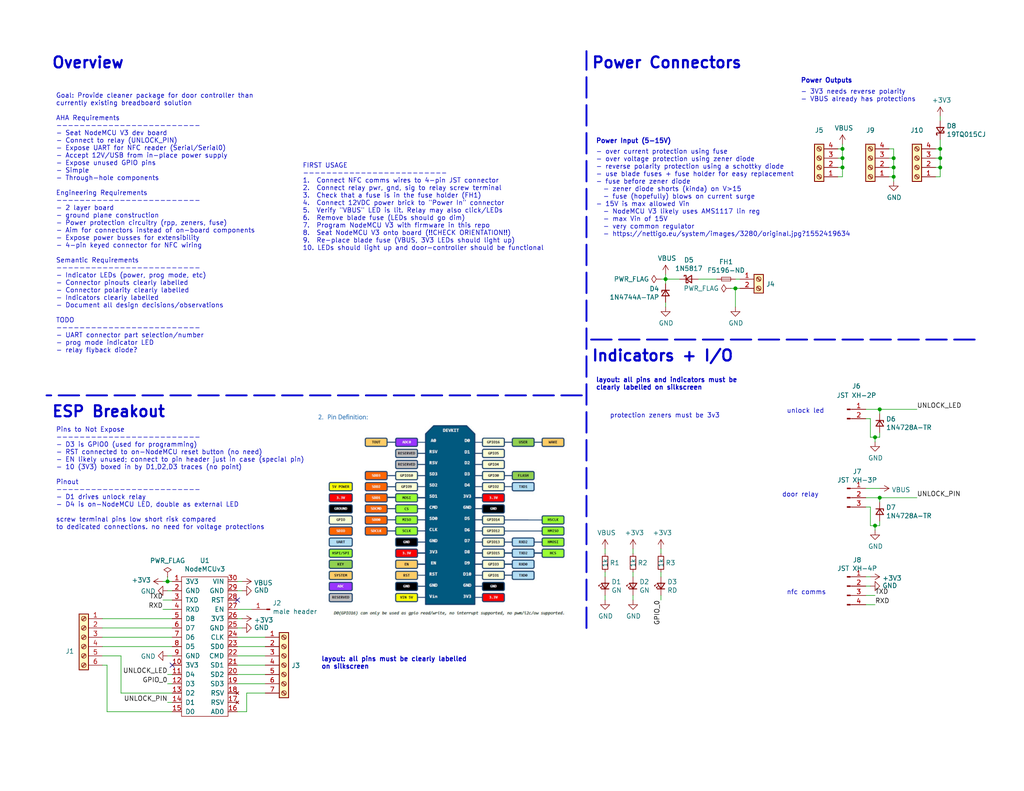
<source format=kicad_sch>
(kicad_sch (version 20211123) (generator eeschema)
  (paper "USLetter")
  (title_block (title "Door Controller") (rev "1") (company "All Hands Active") (comment 3 "Brian Johnson") (comment 4 "Marion Anderson"))
  (lib_symbols
    (symbol "Connector:Conn_01x01_Male" (pin_names (offset 1.016) hide)
      (property "Reference" "J" (at 0 2.54 0))
      (property "Value" "Conn_01x01_Male" (at 0 -2.54 0))
      (symbol "Conn_01x01_Male_1_1"
        (polyline (pts (xy 1.27 0) (xy 0.8636 0)) (stroke (width 0.1524)))
        (rectangle (start 0.8636 0.127) (end 0 -0.127) (stroke (width 0.1524)) (fill (type outline)))
        (pin passive line (at 5.08 0 180) (length 3.81) (name "Pin_1") (number "1"))
      )
    )
    (symbol "Connector:Conn_01x02_Male" (pin_names (offset 1.016) hide)
      (property "Reference" "J" (at 0 2.54 0))
      (property "Value" "Conn_01x02_Male" (at 0 -5.08 0))
      (symbol "Conn_01x02_Male_1_1"
        (polyline (pts (xy 1.27 -2.54) (xy 0.8636 -2.54)) (stroke (width 0.1524)))
        (polyline (pts (xy 1.27 0) (xy 0.8636 0)) (stroke (width 0.1524)))
        (rectangle (start 0.8636 -2.413) (end 0 -2.667) (stroke (width 0.1524)) (fill (type outline)))
        (rectangle (start 0.8636 0.127) (end 0 -0.127) (stroke (width 0.1524)) (fill (type outline)))
        (pin passive line (at 5.08 0 180) (length 3.81) (name "Pin_1") (number "1"))
        (pin passive line (at 5.08 -2.54 180) (length 3.81) (name "Pin_2") (number "2"))
      )
    )
    (symbol "Connector:Conn_01x03_Male" (pin_names (offset 1.016) hide)
      (property "Reference" "J" (at 0 5.08 0))
      (property "Value" "Conn_01x03_Male" (at 0 -5.08 0))
      (symbol "Conn_01x03_Male_1_1"
        (polyline (pts (xy 1.27 -2.54) (xy 0.8636 -2.54)) (stroke (width 0.1524)))
        (polyline (pts (xy 1.27 0) (xy 0.8636 0)) (stroke (width 0.1524)))
        (polyline (pts (xy 1.27 2.54) (xy 0.8636 2.54)) (stroke (width 0.1524)))
        (rectangle (start 0.8636 -2.413) (end 0 -2.667) (stroke (width 0.1524)) (fill (type outline)))
        (rectangle (start 0.8636 0.127) (end 0 -0.127) (stroke (width 0.1524)) (fill (type outline)))
        (rectangle (start 0.8636 2.667) (end 0 2.413) (stroke (width 0.1524)) (fill (type outline)))
        (pin passive line (at 5.08 2.54 180) (length 3.81) (name "Pin_1") (number "1"))
        (pin passive line (at 5.08 0 180) (length 3.81) (name "Pin_2") (number "2"))
        (pin passive line (at 5.08 -2.54 180) (length 3.81) (name "Pin_3") (number "3"))
      )
    )
    (symbol "Connector:Conn_01x04_Male" (pin_names (offset 1.016) hide)
      (property "Reference" "J" (at 0 5.08 0))
      (property "Value" "Conn_01x04_Male" (at 0 -7.62 0))
      (symbol "Conn_01x04_Male_1_1"
        (polyline (pts (xy 1.27 -5.08) (xy 0.8636 -5.08)) (stroke (width 0.1524)))
        (polyline (pts (xy 1.27 -2.54) (xy 0.8636 -2.54)) (stroke (width 0.1524)))
        (polyline (pts (xy 1.27 0) (xy 0.8636 0)) (stroke (width 0.1524)))
        (polyline (pts (xy 1.27 2.54) (xy 0.8636 2.54)) (stroke (width 0.1524)))
        (rectangle (start 0.8636 -4.953) (end 0 -5.207) (stroke (width 0.1524)) (fill (type outline)))
        (rectangle (start 0.8636 -2.413) (end 0 -2.667) (stroke (width 0.1524)) (fill (type outline)))
        (rectangle (start 0.8636 0.127) (end 0 -0.127) (stroke (width 0.1524)) (fill (type outline)))
        (rectangle (start 0.8636 2.667) (end 0 2.413) (stroke (width 0.1524)) (fill (type outline)))
        (pin passive line (at 5.08 2.54 180) (length 3.81) (name "Pin_1") (number "1"))
        (pin passive line (at 5.08 0 180) (length 3.81) (name "Pin_2") (number "2"))
        (pin passive line (at 5.08 -2.54 180) (length 3.81) (name "Pin_3") (number "3"))
        (pin passive line (at 5.08 -5.08 180) (length 3.81) (name "Pin_4") (number "4"))
      )
    )
    (symbol "Connector:Screw_Terminal_01x02" (pin_names (offset 1.016) hide)
      (property "Reference" "J" (at 0 2.54 0))
      (property "Value" "Screw_Terminal_01x02" (at 0 -5.08 0))
      (symbol "Screw_Terminal_01x02_1_1"
        (rectangle (start -1.27 1.27) (end 1.27 -3.81) (stroke (width 0.254)) (fill (type background)))
        (circle (center 0 -2.54) (radius 0.635) (stroke (width 0.1524)))
        (polyline (pts (xy -0.5334 -2.2098) (xy 0.3302 -3.048)) (stroke (width 0.1524)))
        (polyline (pts (xy -0.5334 0.3302) (xy 0.3302 -0.508)) (stroke (width 0.1524)))
        (polyline (pts (xy -0.3556 -2.032) (xy 0.508 -2.8702)) (stroke (width 0.1524)))
        (polyline (pts (xy -0.3556 0.508) (xy 0.508 -0.3302)) (stroke (width 0.1524)))
        (circle (center 0 0) (radius 0.635) (stroke (width 0.1524)))
        (pin passive line (at -5.08 0 0) (length 3.81) (name "Pin_1") (number "1"))
        (pin passive line (at -5.08 -2.54 0) (length 3.81) (name "Pin_2") (number "2"))
      )
    )
    (symbol "Connector:Screw_Terminal_01x04" (pin_names (offset 1.016) hide)
      (property "Reference" "J" (at 0 5.08 0))
      (property "Value" "Screw_Terminal_01x04" (at 0 -7.62 0))
      (symbol "Screw_Terminal_01x04_1_1"
        (rectangle (start -1.27 3.81) (end 1.27 -6.35) (stroke (width 0.254)) (fill (type background)))
        (circle (center 0 -5.08) (radius 0.635) (stroke (width 0.1524)))
        (circle (center 0 -2.54) (radius 0.635) (stroke (width 0.1524)))
        (polyline (pts (xy -0.5334 -4.7498) (xy 0.3302 -5.588)) (stroke (width 0.1524)))
        (polyline (pts (xy -0.5334 -2.2098) (xy 0.3302 -3.048)) (stroke (width 0.1524)))
        (polyline (pts (xy -0.5334 0.3302) (xy 0.3302 -0.508)) (stroke (width 0.1524)))
        (polyline (pts (xy -0.5334 2.8702) (xy 0.3302 2.032)) (stroke (width 0.1524)))
        (polyline (pts (xy -0.3556 -4.572) (xy 0.508 -5.4102)) (stroke (width 0.1524)))
        (polyline (pts (xy -0.3556 -2.032) (xy 0.508 -2.8702)) (stroke (width 0.1524)))
        (polyline (pts (xy -0.3556 0.508) (xy 0.508 -0.3302)) (stroke (width 0.1524)))
        (polyline (pts (xy -0.3556 3.048) (xy 0.508 2.2098)) (stroke (width 0.1524)))
        (circle (center 0 0) (radius 0.635) (stroke (width 0.1524)))
        (circle (center 0 2.54) (radius 0.635) (stroke (width 0.1524)))
        (pin passive line (at -5.08 2.54 0) (length 3.81) (name "Pin_1") (number "1"))
        (pin passive line (at -5.08 0 0) (length 3.81) (name "Pin_2") (number "2"))
        (pin passive line (at -5.08 -2.54 0) (length 3.81) (name "Pin_3") (number "3"))
        (pin passive line (at -5.08 -5.08 0) (length 3.81) (name "Pin_4") (number "4"))
      )
    )
    (symbol "Connector:Screw_Terminal_01x06" (pin_names (offset 1.016) hide)
      (property "Reference" "J" (at 0 7.62 0))
      (property "Value" "Screw_Terminal_01x06" (at 0 -10.16 0))
      (symbol "Screw_Terminal_01x06_1_1"
        (rectangle (start -1.27 6.35) (end 1.27 -8.89) (stroke (width 0.254)) (fill (type background)))
        (circle (center 0 -7.62) (radius 0.635) (stroke (width 0.1524)))
        (circle (center 0 -5.08) (radius 0.635) (stroke (width 0.1524)))
        (circle (center 0 -2.54) (radius 0.635) (stroke (width 0.1524)))
        (polyline (pts (xy -0.5334 -7.2898) (xy 0.3302 -8.128)) (stroke (width 0.1524)))
        (polyline (pts (xy -0.5334 -4.7498) (xy 0.3302 -5.588)) (stroke (width 0.1524)))
        (polyline (pts (xy -0.5334 -2.2098) (xy 0.3302 -3.048)) (stroke (width 0.1524)))
        (polyline (pts (xy -0.5334 0.3302) (xy 0.3302 -0.508)) (stroke (width 0.1524)))
        (polyline (pts (xy -0.5334 2.8702) (xy 0.3302 2.032)) (stroke (width 0.1524)))
        (polyline (pts (xy -0.5334 5.4102) (xy 0.3302 4.572)) (stroke (width 0.1524)))
        (polyline (pts (xy -0.3556 -7.112) (xy 0.508 -7.9502)) (stroke (width 0.1524)))
        (polyline (pts (xy -0.3556 -4.572) (xy 0.508 -5.4102)) (stroke (width 0.1524)))
        (polyline (pts (xy -0.3556 -2.032) (xy 0.508 -2.8702)) (stroke (width 0.1524)))
        (polyline (pts (xy -0.3556 0.508) (xy 0.508 -0.3302)) (stroke (width 0.1524)))
        (polyline (pts (xy -0.3556 3.048) (xy 0.508 2.2098)) (stroke (width 0.1524)))
        (polyline (pts (xy -0.3556 5.588) (xy 0.508 4.7498)) (stroke (width 0.1524)))
        (circle (center 0 0) (radius 0.635) (stroke (width 0.1524)))
        (circle (center 0 2.54) (radius 0.635) (stroke (width 0.1524)))
        (circle (center 0 5.08) (radius 0.635) (stroke (width 0.1524)))
        (pin passive line (at -5.08 5.08 0) (length 3.81) (name "Pin_1") (number "1"))
        (pin passive line (at -5.08 2.54 0) (length 3.81) (name "Pin_2") (number "2"))
        (pin passive line (at -5.08 0 0) (length 3.81) (name "Pin_3") (number "3"))
        (pin passive line (at -5.08 -2.54 0) (length 3.81) (name "Pin_4") (number "4"))
        (pin passive line (at -5.08 -5.08 0) (length 3.81) (name "Pin_5") (number "5"))
        (pin passive line (at -5.08 -7.62 0) (length 3.81) (name "Pin_6") (number "6"))
      )
    )
    (symbol "Connector:Screw_Terminal_01x07" (pin_names (offset 1.016) hide)
      (property "Reference" "J" (at 0 10.16 0))
      (property "Value" "Screw_Terminal_01x07" (at 0 -10.16 0))
      (symbol "Screw_Terminal_01x07_1_1"
        (rectangle (start -1.27 8.89) (end 1.27 -8.89) (stroke (width 0.254)) (fill (type background)))
        (circle (center 0 -7.62) (radius 0.635) (stroke (width 0.1524)))
        (circle (center 0 -5.08) (radius 0.635) (stroke (width 0.1524)))
        (circle (center 0 -2.54) (radius 0.635) (stroke (width 0.1524)))
        (polyline (pts (xy -0.5334 -7.2898) (xy 0.3302 -8.128)) (stroke (width 0.1524)))
        (polyline (pts (xy -0.5334 -4.7498) (xy 0.3302 -5.588)) (stroke (width 0.1524)))
        (polyline (pts (xy -0.5334 -2.2098) (xy 0.3302 -3.048)) (stroke (width 0.1524)))
        (polyline (pts (xy -0.5334 0.3302) (xy 0.3302 -0.508)) (stroke (width 0.1524)))
        (polyline (pts (xy -0.5334 2.8702) (xy 0.3302 2.032)) (stroke (width 0.1524)))
        (polyline (pts (xy -0.5334 5.4102) (xy 0.3302 4.572)) (stroke (width 0.1524)))
        (polyline (pts (xy -0.5334 7.9502) (xy 0.3302 7.112)) (stroke (width 0.1524)))
        (polyline (pts (xy -0.3556 -7.112) (xy 0.508 -7.9502)) (stroke (width 0.1524)))
        (polyline (pts (xy -0.3556 -4.572) (xy 0.508 -5.4102)) (stroke (width 0.1524)))
        (polyline (pts (xy -0.3556 -2.032) (xy 0.508 -2.8702)) (stroke (width 0.1524)))
        (polyline (pts (xy -0.3556 0.508) (xy 0.508 -0.3302)) (stroke (width 0.1524)))
        (polyline (pts (xy -0.3556 3.048) (xy 0.508 2.2098)) (stroke (width 0.1524)))
        (polyline (pts (xy -0.3556 5.588) (xy 0.508 4.7498)) (stroke (width 0.1524)))
        (polyline (pts (xy -0.3556 8.128) (xy 0.508 7.2898)) (stroke (width 0.1524)))
        (circle (center 0 0) (radius 0.635) (stroke (width 0.1524)))
        (circle (center 0 2.54) (radius 0.635) (stroke (width 0.1524)))
        (circle (center 0 5.08) (radius 0.635) (stroke (width 0.1524)))
        (circle (center 0 7.62) (radius 0.635) (stroke (width 0.1524)))
        (pin passive line (at -5.08 7.62 0) (length 3.81) (name "Pin_1") (number "1"))
        (pin passive line (at -5.08 5.08 0) (length 3.81) (name "Pin_2") (number "2"))
        (pin passive line (at -5.08 2.54 0) (length 3.81) (name "Pin_3") (number "3"))
        (pin passive line (at -5.08 0 0) (length 3.81) (name "Pin_4") (number "4"))
        (pin passive line (at -5.08 -2.54 0) (length 3.81) (name "Pin_5") (number "5"))
        (pin passive line (at -5.08 -5.08 0) (length 3.81) (name "Pin_6") (number "6"))
        (pin passive line (at -5.08 -7.62 0) (length 3.81) (name "Pin_7") (number "7"))
      )
    )
    (symbol "Device:D_Schottky_Small" (pin_numbers hide) (pin_names (offset 0.254) hide)
      (property "Reference" "D" (at -1.27 2.032 0))
      (property "Value" "D_Schottky_Small" (at -7.112 -2.032 0))
      (symbol "D_Schottky_Small_0_1"
        (polyline (pts (xy -0.762 0) (xy 0.762 0)))
        (polyline (pts (xy 0.762 -1.016) (xy -0.762 0) (xy 0.762 1.016) (xy 0.762 -1.016)) (stroke (width 0.254)))
        (polyline (pts (xy -1.27 0.762) (xy -1.27 1.016) (xy -0.762 1.016) (xy -0.762 -1.016) (xy -0.254 -1.016) (xy -0.254 -0.762)) (stroke (width 0.254)))
      )
      (symbol "D_Schottky_Small_1_1"
        (pin passive line (at -2.54 0 0) (length 1.778) (name "K") (number "1"))
        (pin passive line (at 2.54 0 180) (length 1.778) (name "A") (number "2"))
      )
    )
    (symbol "Device:D_Zener_Small" (pin_numbers hide) (pin_names (offset 0.254) hide)
      (property "Reference" "D" (at 0 2.286 0))
      (property "Value" "D_Zener_Small" (at 0 -2.286 0))
      (symbol "D_Zener_Small_0_1"
        (polyline (pts (xy 0.762 0) (xy -0.762 0)))
        (polyline (pts (xy -0.254 1.016) (xy -0.762 1.016) (xy -0.762 -1.016)) (stroke (width 0.254)))
        (polyline (pts (xy 0.762 1.016) (xy -0.762 0) (xy 0.762 -1.016) (xy 0.762 1.016)) (stroke (width 0.254)))
      )
      (symbol "D_Zener_Small_1_1"
        (pin passive line (at -2.54 0 0) (length 1.778) (name "K") (number "1"))
        (pin passive line (at 2.54 0 180) (length 1.778) (name "A") (number "2"))
      )
    )
    (symbol "Device:Fuse_Small" (pin_numbers hide) (pin_names (offset 0.254) hide)
      (property "Reference" "F" (at 0 -1.524 0))
      (property "Value" "Fuse_Small" (at 0 1.524 0))
      (symbol "Fuse_Small_0_1"
        (rectangle (start -1.27 0.508) (end 1.27 -0.508))
        (polyline (pts (xy -1.27 0) (xy 1.27 0)))
      )
      (symbol "Fuse_Small_1_1"
        (pin passive line (at -2.54 0 0) (length 1.27) (name "~") (number "1"))
        (pin passive line (at 2.54 0 180) (length 1.27) (name "~") (number "2"))
      )
    )
    (symbol "Device:LED_Small" (pin_numbers hide) (pin_names (offset 0.254) hide)
      (property "Reference" "D" (at -1.27 3.175 0))
      (property "Value" "LED_Small" (at -4.445 -2.54 0))
      (symbol "LED_Small_0_1"
        (polyline (pts (xy -0.762 -1.016) (xy -0.762 1.016)) (stroke (width 0.254)))
        (polyline (pts (xy 1.016 0) (xy -0.762 0)))
        (polyline (pts (xy 0.762 -1.016) (xy -0.762 0) (xy 0.762 1.016) (xy 0.762 -1.016)) (stroke (width 0.254)))
        (polyline (pts (xy 0 0.762) (xy -0.508 1.27) (xy -0.254 1.27) (xy -0.508 1.27) (xy -0.508 1.016)))
        (polyline (pts (xy 0.508 1.27) (xy 0 1.778) (xy 0.254 1.778) (xy 0 1.778) (xy 0 1.524)))
      )
      (symbol "LED_Small_1_1"
        (pin passive line (at -2.54 0 0) (length 1.778) (name "K") (number "1"))
        (pin passive line (at 2.54 0 180) (length 1.778) (name "A") (number "2"))
      )
    )
    (symbol "Device:R_Small" (pin_numbers hide) (pin_names (offset 0.254) hide)
      (property "Reference" "R" (at 0.762 0.508 0))
      (property "Value" "R_Small" (at 0.762 -1.016 0))
      (symbol "R_Small_0_1"
        (rectangle (start -0.762 1.778) (end 0.762 -1.778) (stroke (width 0.2032)))
      )
      (symbol "R_Small_1_1"
        (pin passive line (at 0 2.54 270) (length 0.762) (name "~") (number "1"))
        (pin passive line (at 0 -2.54 90) (length 0.762) (name "~") (number "2"))
      )
    )
    (symbol "power:+3V3" (power) (pin_names (offset 0))
      (property "Value" "+3V3" (at 0 3.556 0))
      (symbol "+3V3_0_1"
        (polyline (pts (xy -0.762 1.27) (xy 0 2.54)))
        (polyline (pts (xy 0 0) (xy 0 2.54)))
        (polyline (pts (xy 0 2.54) (xy 0.762 1.27)))
      )
      (symbol "+3V3_1_1"
        (pin power_in line (at 0 0 90) (length 0) hide (name "+3V3") (number "1"))
      )
    )
    (symbol "power:GND" (power) (pin_names (offset 0))
      (property "Value" "GND" (at 0 -3.81 0))
      (symbol "GND_0_1"
        (polyline (pts (xy 0 0) (xy 0 -1.27) (xy 1.27 -1.27) (xy 0 -2.54) (xy -1.27 -1.27) (xy 0 -1.27)))
      )
      (symbol "GND_1_1"
        (pin power_in line (at 0 0 270) (length 0) hide (name "GND") (number "1"))
      )
    )
    (symbol "power:PWR_FLAG" (power) (pin_numbers hide) (pin_names (offset 0) hide)
      (property "Value" "PWR_FLAG" (at 0 3.81 0))
      (symbol "PWR_FLAG_0_0"
        (pin power_out line (at 0 0 90) (length 0) (name "pwr") (number "1"))
      )
      (symbol "PWR_FLAG_0_1"
        (polyline (pts (xy 0 0) (xy 0 1.27) (xy -1.016 1.905) (xy 0 2.54) (xy 1.016 1.905) (xy 0 1.27)))
      )
    )
    (symbol "power:VBUS" (power) (pin_names (offset 0))
      (property "Value" "VBUS" (at 0 3.81 0))
      (symbol "VBUS_0_1"
        (polyline (pts (xy -0.762 1.27) (xy 0 2.54)))
        (polyline (pts (xy 0 0) (xy 0 2.54)))
        (polyline (pts (xy 0 2.54) (xy 0.762 1.27)))
      )
      (symbol "VBUS_1_1"
        (pin power_in line (at 0 0 90) (length 0) hide (name "VBUS") (number "1"))
      )
    )
    (symbol "project:NodeMCUv3" (pin_names (offset 1.016))
      (property "Reference" "U" (at 8.89 5.08 0))
      (property "Value" "NodeMCUv3" (at 8.89 2.54 0))
      (symbol "NodeMCUv3_0_1"
        (rectangle (start 2.54 1.27) (end 15.24 -36.83))
      )
      (symbol "NodeMCUv3_1_1"
        (pin passive line (at 0 0 0) (length 2.54) (name "3V3") (number "1"))
        (pin passive line (at 0 -22.86 0) (length 2.54) (name "3V3") (number "10"))
        (pin tri_state line (at 0 -25.4 0) (length 2.54) (name "D4") (number "11"))
        (pin tri_state line (at 0 -27.94 0) (length 2.54) (name "D3") (number "12"))
        (pin tri_state line (at 0 -30.48 0) (length 2.54) (name "D2") (number "13"))
        (pin tri_state line (at 0 -33.02 0) (length 2.54) (name "D1") (number "14"))
        (pin tri_state line (at 0 -35.56 0) (length 2.54) (name "D0") (number "15"))
        (pin input line (at 17.78 -35.56 180) (length 2.54) (name "AD0") (number "16"))
        (pin no_connect line (at 17.78 -33.02 180) (length 2.54) (name "RSV") (number "17"))
        (pin no_connect line (at 17.78 -30.48 180) (length 2.54) (name "RSV") (number "18"))
        (pin tri_state line (at 17.78 -27.94 180) (length 2.54) (name "SD3") (number "19"))
        (pin passive line (at 0 -2.54 0) (length 2.54) (name "GND") (number "2"))
        (pin tri_state line (at 17.78 -25.4 180) (length 2.54) (name "SD2") (number "20"))
        (pin tri_state line (at 17.78 -22.86 180) (length 2.54) (name "SD1") (number "21"))
        (pin tri_state line (at 17.78 -20.32 180) (length 2.54) (name "CMD") (number "22"))
        (pin tri_state line (at 17.78 -17.78 180) (length 2.54) (name "SD0") (number "23"))
        (pin tri_state line (at 17.78 -15.24 180) (length 2.54) (name "CLK") (number "24"))
        (pin passive line (at 17.78 -12.7 180) (length 2.54) (name "GND") (number "25"))
        (pin passive line (at 17.78 -10.16 180) (length 2.54) (name "3V3") (number "26"))
        (pin tri_state line (at 17.78 -7.62 180) (length 2.54) (name "EN") (number "27"))
        (pin tri_state line (at 17.78 -5.08 180) (length 2.54) (name "RST") (number "28"))
        (pin passive line (at 17.78 -2.54 180) (length 2.54) (name "GND") (number "29"))
        (pin output line (at 0 -5.08 0) (length 2.54) (name "TXD") (number "3"))
        (pin power_in line (at 17.78 0 180) (length 2.54) (name "VIN") (number "30"))
        (pin input line (at 0 -7.62 0) (length 2.54) (name "RXD") (number "4"))
        (pin tri_state line (at 0 -10.16 0) (length 2.54) (name "D8") (number "5"))
        (pin tri_state line (at 0 -12.7 0) (length 2.54) (name "D7") (number "6"))
        (pin tri_state line (at 0 -15.24 0) (length 2.54) (name "D6") (number "7"))
        (pin tri_state line (at 0 -17.78 0) (length 2.54) (name "D5") (number "8"))
        (pin passive line (at 0 -20.32 0) (length 2.54) (name "GND") (number "9"))
      )
    )
  )
  (junction (at 256.54 43.18))
  (junction (at 243.84 45.72))
  (junction (at 229.87 43.18))
  (junction (at 200.66 78.74))
  (junction (at 240.03 135.89))
  (junction (at 243.84 43.18))
  (junction (at 243.84 48.26))
  (junction (at 256.54 45.72))
  (junction (at 238.76 143.51))
  (junction (at 238.76 119.38))
  (junction (at 181.61 76.2))
  (junction (at 240.03 111.76))
  (junction (at 229.87 45.72))
  (junction (at 229.87 40.64))
  (junction (at 45.72 158.75))
  (junction (at 256.54 40.64))
  (no_connect (at 46.99 181.61))
  (no_connect (at 64.77 163.83))
  (wire (pts (xy 243.84 40.64) (xy 242.57 40.64)))
  (wire (pts (xy 67.31 189.23) (xy 67.31 194.31)))
  (wire (pts (xy 240.03 135.89) (xy 250.19 135.89)))
  (wire (pts (xy 240.03 143.51) (xy 240.03 142.24)))
  (wire (pts (xy 66.04 161.29) (xy 64.77 161.29)))
  (wire (pts (xy 180.34 149.86) (xy 180.34 151.13)))
  (wire (pts (xy 181.61 76.2) (xy 181.61 77.47)))
  (wire (pts (xy 190.5 76.2) (xy 195.58 76.2)))
  (wire (pts (xy 256.54 38.1) (xy 256.54 40.64)))
  (wire (pts (xy 45.72 157.48) (xy 45.72 158.75)))
  (wire (pts (xy 236.22 138.43) (xy 237.49 138.43)))
  (wire (pts (xy 243.84 45.72) (xy 243.84 48.26)))
  (wire (pts (xy 256.54 40.64) (xy 255.27 40.64)))
  (wire (pts (xy 255.27 45.72) (xy 256.54 45.72)))
  (wire (pts (xy 165.1 149.86) (xy 165.1 151.13)))
  (wire (pts (xy 237.49 157.48) (xy 236.22 157.48)))
  (wire (pts (xy 238.76 119.38) (xy 238.76 120.65)))
  (wire (pts (xy 228.6 45.72) (xy 229.87 45.72)))
  (wire (pts (xy 172.72 163.83) (xy 172.72 162.56)))
  (wire (pts (xy 237.49 119.38) (xy 237.49 114.3)))
  (wire (pts (xy 240.03 111.76) (xy 240.03 113.03)))
  (polyline (pts (xy 161.29 92.71) (xy 266.7 92.71)) (stroke (width 0.508)))
  (wire (pts (xy 256.54 48.26) (xy 255.27 48.26)))
  (wire (pts (xy 165.1 163.83) (xy 165.1 162.56)))
  (wire (pts (xy 45.72 179.07) (xy 46.99 179.07)))
  (wire (pts (xy 44.45 163.83) (xy 46.99 163.83)))
  (wire (pts (xy 27.94 171.45) (xy 46.99 171.45)))
  (wire (pts (xy 236.22 135.89) (xy 240.03 135.89)))
  (wire (pts (xy 238.76 165.1) (xy 236.22 165.1)))
  (polyline (pts (xy 160.02 171.45) (xy 160.02 13.97)) (stroke (width 0.508)))
  (wire (pts (xy 256.54 40.64) (xy 256.54 43.18)))
  (wire (pts (xy 66.04 171.45) (xy 64.77 171.45)))
  (wire (pts (xy 67.31 189.23) (xy 72.39 189.23)))
  (wire (pts (xy 33.02 189.23) (xy 46.99 189.23)))
  (wire (pts (xy 27.94 168.91) (xy 46.99 168.91)))
  (wire (pts (xy 27.94 173.99) (xy 46.99 173.99)))
  (wire (pts (xy 238.76 119.38) (xy 237.49 119.38)))
  (wire (pts (xy 242.57 43.18) (xy 243.84 43.18)))
  (wire (pts (xy 64.77 179.07) (xy 72.39 179.07)))
  (wire (pts (xy 238.76 162.56) (xy 236.22 162.56)))
  (wire (pts (xy 237.49 143.51) (xy 237.49 138.43)))
  (wire (pts (xy 256.54 45.72) (xy 256.54 48.26)))
  (wire (pts (xy 66.04 168.91) (xy 64.77 168.91)))
  (wire (pts (xy 180.34 76.2) (xy 181.61 76.2)))
  (wire (pts (xy 255.27 43.18) (xy 256.54 43.18)))
  (wire (pts (xy 199.39 78.74) (xy 200.66 78.74)))
  (wire (pts (xy 242.57 45.72) (xy 243.84 45.72)))
  (wire (pts (xy 64.77 194.31) (xy 67.31 194.31)))
  (wire (pts (xy 229.87 45.72) (xy 229.87 48.26)))
  (polyline (pts (xy 158.75 107.95) (xy 12.7 107.95)) (stroke (width 0.508)))
  (wire (pts (xy 240.03 111.76) (xy 250.19 111.76)))
  (wire (pts (xy 240.03 119.38) (xy 240.03 118.11)))
  (wire (pts (xy 45.72 158.75) (xy 46.99 158.75)))
  (wire (pts (xy 181.61 82.55) (xy 181.61 83.82)))
  (wire (pts (xy 181.61 74.93) (xy 181.61 76.2)))
  (wire (pts (xy 29.21 194.31) (xy 46.99 194.31)))
  (wire (pts (xy 240.03 137.16) (xy 240.03 135.89)))
  (wire (pts (xy 44.45 166.37) (xy 46.99 166.37)))
  (wire (pts (xy 66.04 158.75) (xy 64.77 158.75)))
  (wire (pts (xy 229.87 43.18) (xy 229.87 45.72)))
  (wire (pts (xy 45.72 161.29) (xy 46.99 161.29)))
  (wire (pts (xy 64.77 166.37) (xy 68.58 166.37)))
  (wire (pts (xy 29.21 181.61) (xy 29.21 194.31)))
  (wire (pts (xy 45.72 186.69) (xy 46.99 186.69)))
  (wire (pts (xy 229.87 48.26) (xy 228.6 48.26)))
  (wire (pts (xy 172.72 156.21) (xy 172.72 157.48)))
  (wire (pts (xy 64.77 176.53) (xy 72.39 176.53)))
  (wire (pts (xy 180.34 163.83) (xy 180.34 162.56)))
  (wire (pts (xy 236.22 111.76) (xy 240.03 111.76)))
  (wire (pts (xy 240.03 133.35) (xy 236.22 133.35)))
  (wire (pts (xy 45.72 184.15) (xy 46.99 184.15)))
  (wire (pts (xy 243.84 48.26) (xy 242.57 48.26)))
  (wire (pts (xy 27.94 179.07) (xy 33.02 179.07)))
  (wire (pts (xy 238.76 119.38) (xy 240.03 119.38)))
  (wire (pts (xy 200.66 76.2) (xy 201.93 76.2)))
  (wire (pts (xy 229.87 40.64) (xy 228.6 40.64)))
  (wire (pts (xy 200.66 78.74) (xy 201.93 78.74)))
  (wire (pts (xy 200.66 78.74) (xy 200.66 83.82)))
  (wire (pts (xy 256.54 43.18) (xy 256.54 45.72)))
  (wire (pts (xy 33.02 189.23) (xy 33.02 179.07)))
  (wire (pts (xy 165.1 156.21) (xy 165.1 157.48)))
  (wire (pts (xy 229.87 40.64) (xy 229.87 43.18)))
  (wire (pts (xy 229.87 39.37) (xy 229.87 40.64)))
  (wire (pts (xy 64.77 184.15) (xy 72.39 184.15)))
  (wire (pts (xy 180.34 156.21) (xy 180.34 157.48)))
  (wire (pts (xy 243.84 49.53) (xy 243.84 48.26)))
  (wire (pts (xy 44.45 158.75) (xy 45.72 158.75)))
  (wire (pts (xy 238.76 143.51) (xy 238.76 144.78)))
  (wire (pts (xy 27.94 176.53) (xy 46.99 176.53)))
  (wire (pts (xy 243.84 40.64) (xy 243.84 43.18)))
  (wire (pts (xy 228.6 43.18) (xy 229.87 43.18)))
  (wire (pts (xy 256.54 31.75) (xy 256.54 33.02)))
  (wire (pts (xy 45.72 191.77) (xy 46.99 191.77)))
  (wire (pts (xy 236.22 114.3) (xy 237.49 114.3)))
  (wire (pts (xy 237.49 160.02) (xy 236.22 160.02)))
  (wire (pts (xy 238.76 143.51) (xy 237.49 143.51)))
  (wire (pts (xy 238.76 143.51) (xy 240.03 143.51)))
  (wire (pts (xy 29.21 181.61) (xy 27.94 181.61)))
  (wire (pts (xy 243.84 43.18) (xy 243.84 45.72)))
  (wire (pts (xy 172.72 149.86) (xy 172.72 151.13)))
  (wire (pts (xy 64.77 173.99) (xy 72.39 173.99)))
  (wire (pts (xy 64.77 181.61) (xy 72.39 181.61)))
  (wire (pts (xy 64.77 186.69) (xy 72.39 186.69)))
  (wire (pts (xy 185.42 76.2) (xy 181.61 76.2)))
  (image (at 121.92 139.7))
  (text "Power Outputs" (at 218.44 22.86 0) (effects (font (size 1.27 1.27) (thickness 0.254) bold) (justify left bottom)))
  (text "Overview" (at 13.97 19.05 0) (effects (font (size 2.9972 2.9972) (thickness 0.5994) bold) (justify left bottom)))
  (text "Indicators + I/O" (at 161.29 99.06 0) (effects (font (size 2.9972 2.9972) (thickness 0.5994) bold) (justify left bottom)))
  (text "- 3V3 needs reverse polarity\n- VBUS already has protections" (at 218.44 27.94 0) (effects (font (size 1.27 1.27)) (justify left bottom)))
  (text "Power Connectors" (at 161.29 19.05 0) (effects (font (size 2.9972 2.9972) (thickness 0.5994) bold) (justify left bottom)))
  (text "layout: all pins must be clearly labelled\non silkscreen" (at 87.63 182.88 0) (effects (font (size 1.27 1.27) (thickness 0.254) bold) (justify left bottom)))
  (text "ESP Breakout" (at 13.97 114.3 0) (effects (font (size 2.9972 2.9972) (thickness 0.5994) bold) (justify left bottom)))
  (text "protection zeners must be 3v3" (at 166.37 114.3 0) (effects (font (size 1.27 1.27)) (justify left bottom)))
  (text "- over current protection using fuse\n- over voltage protection using zener diode\n- reverse polarity protection using a schottky diode\n- use blade fuses + fuse holder for easy replacement\n- fuse before zener diode\n  - zener diode shorts (kinda) on V>15\n  - fuse (hopefully) blows on current surge\n- 15V is max allowed Vin\n  - NodeMCU V3 likely uses AMS1117 lin reg\n  - max Vin of 15V\n  - very common regulator\n  - https://nettigo.eu/system/images/3280/original.jpg?1552419634" (at 162.56 64.77 0) (effects (font (size 1.27 1.27)) (justify left bottom)))
  (text "unlock led" (at 214.63 113.03 0) (effects (font (size 1.27 1.27)) (justify left bottom)))
  (text "layout: all pins and indicators must be\nclearly labelled on silkscreen" (at 162.56 106.68 0) (effects (font (size 1.27 1.27) (thickness 0.254) bold) (justify left bottom)))
  (text "Goal: Provide cleaner package for door controller than\ncurrently existing breadboard solution\n\nAHA Requirements\n-------------------------\n- Seat NodeMCU V3 dev board\n- Connect to relay (UNLOCK_PIN)\n- Expose UART for NFC reader (Serial/Serial0)\n- Accept 12V/USB from in-place power supply\n- Expose unused GPIO pins\n- Simple\n- Through-hole components\n\nEngineering Requirements\n-------------------------\n- 2 layer board\n- ground plane construction\n- Power protection circuitry (rpp, zeners, fuse)\n- Aim for connectors instead of on-board components\n- Expose power busses for extensibility\n- 4-pin keyed connector for NFC wiring\n\nSemantic Requirements\n-------------------------\n- Indicator LEDs (power, prog mode, etc)\n- Connector pinouts clearly labelled\n- Connector polarity clearly labelled\n- Indicators clearly labelled\n- Document all design decisions/observations\n\nTODO\n-------------------------\n- UART connector part selection/number\n- prog mode indicator LED\n- relay flyback diode?" (at 15.24 96.52 0) (effects (font (size 1.27 1.27)) (justify left bottom)))
  (text "door relay" (at 213.36 135.89 0) (effects (font (size 1.27 1.27)) (justify left bottom)))
  (text "Power Input (5-15V)" (at 162.56 39.37 0) (effects (font (size 1.27 1.27) (thickness 0.254) bold) (justify left bottom)))
  (text "\n\n\n\nFIRST USAGE\n-------------------------\n1.  Connect NFC comms wires to 4-pin JST connector\n2.  Connect relay pwr, gnd, sig to relay screw terminal\n3.  Check that a fuse is in the fuse holder (FH1)\n4.  Connect 12VDC power brick to \"Power In\" connector\n5.  Verify \"VBUS\" LED is lit. Relay may also click/LEDs\n6.  Remove blade fuse (LEDs should go dim)\n7.  Program NodeMCU V3 with firmware in this repo\n8.  Seat NodeMCU V3 onto board (!!CHECK ORIENTATION!!)\n9.  Re-place blade fuse (VBUS, 3V3 LEDs should light up)\n10. LEDs should light up and door-controller should be functional" (at 82.55 68.58 0) (effects (font (size 1.27 1.27)) (justify left bottom)))
  (text "nfc comms" (at 214.63 162.56 0) (effects (font (size 1.27 1.27)) (justify left bottom)))
  (text "Pins to Not Expose\n-------------------------\n- D3 is GPIO0 (used for programming)\n- RST connected to on-NodeMCU reset button (no need)\n- EN likely unused; connect to pin header just in case (special pin)\n- 10 (3V3) boxed in by D1,D2,D3 traces (no point)\n\nPinout\n-------------------------\n- D1 drives unlock relay\n- D4 is on-NodeMCU LED, double as external LED\n\nscrew terminal pins low short risk compared\nto dedicated connections. no need for voltage protections" (at 15.24 144.78 0) (effects (font (size 1.27 1.27)) (justify left bottom)))
  (label "TXD" (at 44.45 163.83 180))
  (label "UNLOCK_LED" (at 250.19 111.76 0))
  (label "UNLOCK_PIN" (at 250.19 135.89 0))
  (label "GPIO_0" (at 45.72 186.69 180))
  (label "TXD" (at 238.76 162.56 0))
  (label "GPIO_0" (at 180.34 163.83 270))
  (label "UNLOCK_LED" (at 45.72 184.15 180))
  (label "RXD" (at 44.45 166.37 180))
  (label "RXD" (at 238.76 165.1 0))
  (label "UNLOCK_PIN" (at 45.72 191.77 180))
  (symbol (lib_id "Connector:Conn_01x04_Male") (at 231.14 160.02 0) (unit 1)
    (property "Reference" "J8" (at 233.8832 152.8826 0))
    (property "Value" "JST XH-4P" (at 233.8832 155.194 0))
    (property "Footprint" "Connector_JST:JST_XH_B4B-XH-AM_1x04_P2.50mm_Vertical" (effects hide))
    (property "Datasheet" "https://www.amazon.com/GeeBat-460pcs-Connector-Housing-Adapter/dp/B01MCZE2HM/" (effects hide))
    (property "Digi-Key" "455-2237-ND" (effects hide))
    (property "PartNo" "B4B-XH-AM(LF)(SN)" (effects hide))
  )
  (symbol (lib_id "Connector:Screw_Terminal_01x04") (at 223.52 45.72 180) (unit 1)
    (property "Reference" "J5" (at 223.52 35.56 0))
    (property "Value" "Screw_Terminal_01x04" (effects hide))
    (property "Footprint" "TerminalBlock_Phoenix:TerminalBlock_Phoenix_MPT-0,5-4-2.54_1x04_P2.54mm_Horizontal" (effects hide))
    (property "Digi-Key" "277-1275-ND" (effects hide))
    (property "PartNo" "1725672" (effects hide))
  )
  (symbol (lib_id "power:VBUS") (at 229.87 39.37 0) (unit 1)
    (property "Reference" "#PWR016" (effects hide))
    (property "Value" "VBUS" (at 230.251 34.9758 0))
  )
  (symbol (lib_id "power:GND") (at 238.76 144.78 0) (unit 1)
    (property "Reference" "#PWR020" (effects hide))
    (property "Value" "GND" (at 238.887 149.1742 0))
  )
  (symbol (lib_id "power:VBUS") (at 181.61 74.93 0) (unit 1)
    (property "Reference" "#PWR013" (effects hide))
    (property "Value" "VBUS" (at 181.991 70.5358 0))
  )
  (symbol (lib_id "Device:D_Schottky_Small") (at 187.96 76.2 0) (unit 1)
    (property "Reference" "D5" (at 187.96 70.993 0))
    (property "Value" "1N5817" (at 187.96 73.3044 0))
    (property "Footprint" "Diode_THT:D_DO-41_SOD81_P10.16mm_Horizontal" (effects hide))
    (property "Digi-Key" "1N5817-E3/54GICT-ND" (effects hide))
    (property "PartNo" "1N5817-E3/54" (effects hide))
  )
  (symbol (lib_id "Connector:Conn_01x03_Male") (at 231.14 135.89 0) (unit 1)
    (property "Reference" "J7" (at 233.8832 128.7526 0))
    (property "Value" "JST XH-3P" (at 233.8832 131.064 0))
    (property "Footprint" "Connector_JST:JST_XH_B3B-XH-AM_1x03_P2.50mm_Vertical" (effects hide))
    (property "Datasheet" "https://www.amazon.com/GeeBat-460pcs-Connector-Housing-Adapter/dp/B01MCZE2HM/" (effects hide))
    (property "Digi-Key" "455-2231-ND" (effects hide))
    (property "PartNo" "B3B-XH-AM(LF)(SN)" (effects hide))
  )
  (symbol (lib_id "Connector:Screw_Terminal_01x02") (at 207.01 76.2 0) (unit 1)
    (property "Reference" "J4" (at 209.042 77.5716 0) (effects (justify left)))
    (property "Value" "Screw_Terminal_01x02" (effects hide))
    (property "Footprint" "TerminalBlock_Phoenix:TerminalBlock_Phoenix_MPT-0,5-2-2.54_1x02_P2.54mm_Horizontal" (effects hide))
    (property "Digi-Key" "277-1273-ND" (effects hide))
    (property "PartNo" "1725656" (effects hide))
  )
  (symbol (lib_id "Connector:Conn_01x02_Male") (at 231.14 111.76 0) (unit 1)
    (property "Reference" "J6" (at 233.68 105.41 0))
    (property "Value" "JST XH-2P" (at 233.68 107.95 0))
    (property "Footprint" "Connector_JST:JST_XH_B2B-XH-AM_1x02_P2.50mm_Vertical" (effects hide))
    (property "Datasheet" "https://www.amazon.com/GeeBat-460pcs-Connector-Housing-Adapter/dp/B01MCZE2HM/" (effects hide))
    (property "Digi-Key" "455-2946-ND" (effects hide))
    (property "PartNo" "B2B-XH-A-GU" (effects hide))
  )
  (symbol (lib_id "power:GND") (at 200.66 83.82 0) (unit 1)
    (property "Reference" "#PWR015" (effects hide))
    (property "Value" "GND" (at 200.787 88.2142 0))
  )
  (symbol (lib_id "power:GND") (at 238.76 120.65 0) (unit 1)
    (property "Reference" "#PWR019" (effects hide))
    (property "Value" "GND" (at 238.887 125.0442 0))
  )
  (symbol (lib_id "Device:D_Zener_Small") (at 240.03 115.57 270) (unit 1)
    (property "Reference" "D6" (at 241.7572 114.4016 90) (effects (justify left)))
    (property "Value" "1N4728A-TR" (at 241.7572 116.713 90) (effects (justify left)))
    (property "Footprint" "Diode_THT:D_DO-41_SOD81_P10.16mm_Horizontal" (effects hide))
    (property "Datasheet" "https://www.digikey.com/en/products/detail/vishay-general-semiconductor-diodes-division/1N4728A-TR/3104058?s=N4IgjCBcoLQBxVAYygMwIYBsDOBTANCAPZQDa4YATCALoC%2Bdh1k5YAcgCwDslcAgjAAqAJVp0gA" (effects hide))
    (property "Digi-Key" "1N4728AVSCT-ND" (effects hide))
    (property "PartNo" "1N4728A-TR" (effects hide))
  )
  (symbol (lib_id "Device:D_Schottky_Small") (at 256.54 35.56 90) (unit 1)
    (property "Reference" "D8" (at 258.2672 34.3916 90) (effects (justify right)))
    (property "Value" "19TQ015CJ" (at 258.2672 36.703 90) (effects (justify right)))
    (property "Footprint" "Package_TO_SOT_THT:TO-220-2_Vertical" (effects hide))
    (property "Digi-Key" "1655-1005-ND" (effects hide))
    (property "PartNo" "19TQ015CJ" (effects hide))
  )
  (symbol (lib_id "power:VBUS") (at 66.04 158.75 270) (unit 1)
    (property "Reference" "#PWR04" (effects hide))
    (property "Value" "VBUS" (at 69.2912 159.131 90) (effects (justify left)))
  )
  (symbol (lib_id "power:VBUS") (at 240.03 133.35 270) (unit 1)
    (property "Reference" "#PWR021" (effects hide))
    (property "Value" "VBUS" (at 243.2812 133.731 90) (effects (justify left)))
  )
  (symbol (lib_id "Device:D_Zener_Small") (at 240.03 139.7 270) (unit 1)
    (property "Reference" "D7" (at 241.7572 138.5316 90) (effects (justify left)))
    (property "Value" "1N4728A-TR" (at 241.7572 140.843 90) (effects (justify left)))
    (property "Footprint" "Diode_THT:D_DO-41_SOD81_P10.16mm_Horizontal" (effects hide))
    (property "Datasheet" "https://www.digikey.com/en/products/detail/vishay-general-semiconductor-diodes-division/1N4728A-TR/3104058?s=N4IgjCBcoLQBxVAYygMwIYBsDOBTANCAPZQDa4YATCALoC%2Bdh1k5YAcgCwDslcAgjAAqAJVp0gA" (effects hide))
    (property "Digi-Key" "1N4728AVSCT-ND" (effects hide))
    (property "PartNo" "1N4728A-TR" (effects hide))
  )
  (symbol (lib_id "Device:D_Zener_Small") (at 181.61 80.01 90) (mirror x) (unit 1)
    (property "Reference" "D4" (at 179.8828 78.8416 90) (effects (justify left)))
    (property "Value" "1N4744A-TAP" (at 179.8828 81.153 90) (effects (justify left)))
    (property "Footprint" "Diode_THT:D_DO-41_SOD81_P10.16mm_Horizontal" (effects hide))
    (property "Datasheet" "https://www.digikey.com/en/products/detail/vishay-general-semiconductor-diodes-division/1n4744a-tap/4825592" (effects hide))
    (property "Digi-Key" "1N4744A-TAPGICT-ND" (effects hide))
    (property "PartNo" "1N4744A-TAP" (effects hide))
  )
  (symbol (lib_id "power:GND") (at 66.04 161.29 90) (unit 1)
    (property "Reference" "#PWR05" (effects hide))
    (property "Value" "GND" (at 69.2912 161.163 90) (effects (justify right)))
  )
  (symbol (lib_id "power:+3V3") (at 44.45 158.75 90) (unit 1)
    (property "Reference" "#PWR01" (effects hide))
    (property "Value" "+3V3" (at 41.1988 158.369 90) (effects (justify left)))
  )
  (symbol (lib_id "power:GND") (at 45.72 161.29 270) (unit 1)
    (property "Reference" "#PWR02" (effects hide))
    (property "Value" "GND" (at 42.4688 161.417 90) (effects (justify right)))
  )
  (symbol (lib_id "power:GND") (at 45.72 179.07 270) (unit 1)
    (property "Reference" "#PWR03" (effects hide))
    (property "Value" "GND" (at 42.4688 179.197 90) (effects (justify right)))
  )
  (symbol (lib_id "power:GND") (at 66.04 171.45 90) (unit 1)
    (property "Reference" "#PWR07" (effects hide))
    (property "Value" "GND" (at 69.2912 171.323 90) (effects (justify right)))
  )
  (symbol (lib_id "power:+3V3") (at 66.04 168.91 270) (unit 1)
    (property "Reference" "#PWR06" (effects hide))
    (property "Value" "+3V3" (at 69.2912 169.291 90) (effects (justify left)))
  )
  (symbol (lib_id "Device:Fuse_Small") (at 198.12 76.2 0) (unit 1)
    (property "Reference" "FH1" (at 198.12 71.501 0))
    (property "Value" "F5196-ND" (at 198.12 73.8124 0))
    (property "Footprint" "project:Blade Fuse Holder" (effects hide))
    (property "Datasheet" "https://www.digikey.com/en/products/detail/littelfuse-inc/178-6164-0002/2515918?s=N4IgTCBcDaIGIFYCMBOAbAWgHIBEQF0BfIA" (effects hide))
    (property "Digi-Key" "F5196-ND" (effects hide))
    (property "PartNo" "178.6164.0002" (effects hide))
  )
  (symbol (lib_id "power:GND") (at 181.61 83.82 0) (unit 1)
    (property "Reference" "#PWR014" (effects hide))
    (property "Value" "GND" (at 181.737 88.2142 0))
  )
  (symbol (lib_id "power:PWR_FLAG") (at 180.34 76.2 90) (unit 1)
    (property "Reference" "#FLG0101" (effects hide))
    (property "Value" "PWR_FLAG" (at 177.1142 76.2 90) (effects (justify left)))
  )
  (symbol (lib_id "power:PWR_FLAG") (at 45.72 157.48 0) (unit 1)
    (property "Reference" "#FLG0102" (effects hide))
    (property "Value" "PWR_FLAG" (at 45.72 153.0858 0))
  )
  (symbol (lib_id "power:+3V3") (at 237.49 157.48 270) (unit 1)
    (property "Reference" "#PWR017" (effects hide))
    (property "Value" "+3V3" (at 240.7412 157.861 90) (effects (justify left)))
  )
  (symbol (lib_id "power:GND") (at 237.49 160.02 90) (unit 1)
    (property "Reference" "#PWR018" (effects hide))
    (property "Value" "GND" (at 240.7412 159.893 90) (effects (justify right)))
  )
  (symbol (lib_id "power:PWR_FLAG") (at 199.39 78.74 90) (unit 1)
    (property "Reference" "#FLG0103" (effects hide))
    (property "Value" "PWR_FLAG" (at 196.1642 78.74 90) (effects (justify left)))
  )
  (symbol (lib_id "project:NodeMCUv3") (at 46.99 158.75 0) (unit 1)
    (property "Reference" "U1" (at 55.88 153.035 0))
    (property "Value" "NodeMCUv3" (at 55.88 155.3464 0))
    (property "Footprint" "project:NodeMCUv3" (effects hide))
    (property "Datasheet" "${KIPRJMOD}/../docs/NodeMCU-V3.pdf" (effects hide))
  )
  (symbol (lib_id "Connector:Conn_01x01_Male") (at 73.66 166.37 180) (unit 1)
    (property "Reference" "J2" (at 74.3712 164.6428 0) (effects (justify right)))
    (property "Value" "male header" (at 74.3712 166.9542 0) (effects (justify right)))
    (property "Footprint" "Connector_PinHeader_2.54mm:PinHeader_1x01_P2.54mm_Vertical" (effects hide))
    (property "Digi-Key" "3M156413-01-ND" (effects hide))
    (property "PartNo" "951101-8622-AR" (effects hide))
  )
  (symbol (lib_id "Connector:Screw_Terminal_01x06") (at 22.86 173.99 0) (mirror y) (unit 1)
    (property "Reference" "J1" (at 19.05 177.8 0))
    (property "Value" "Screw_Terminal_01x06" (effects hide))
    (property "Footprint" "TerminalBlock_Phoenix:TerminalBlock_Phoenix_MPT-0,5-6-2.54_1x06_P2.54mm_Horizontal" (effects hide))
    (property "Digi-Key" "277-1277-ND" (effects hide))
    (property "PartNo" "1725698" (effects hide))
  )
  (symbol (lib_id "Connector:Screw_Terminal_01x07") (at 77.47 181.61 0) (unit 1)
    (property "Reference" "J3" (at 79.502 181.7116 0) (effects (justify left)))
    (property "Value" "Screw_Terminal_01x07" (effects hide))
    (property "Footprint" "TerminalBlock_Phoenix:TerminalBlock_Phoenix_MPT-0,5-7-2.54_1x07_P2.54mm_Horizontal" (effects hide))
    (property "Digi-Key" "277-1278-ND" (effects hide))
    (property "PartNo" "1725708" (effects hide))
  )
  (symbol (lib_id "Device:R_Small") (at 172.72 153.67 180) (unit 1)
    (property "Reference" "R2" (at 173.99 153.67 0) (effects (justify right)))
    (property "Value" "1k" (at 172.72 154.94 90) (effects (justify right)))
    (property "Footprint" "Resistor_THT:R_Axial_DIN0207_L6.3mm_D2.5mm_P10.16mm_Horizontal" (effects hide))
    (property "Digi-Key" "CF14JT1K00CT-ND" (effects hide))
    (property "PartNo" "CF14JT1K00" (effects hide))
  )
  (symbol (lib_id "Device:LED_Small") (at 172.72 160.02 90) (unit 1)
    (property "Reference" "D2" (at 174.4472 158.8516 90) (effects (justify right)))
    (property "Value" "GN" (at 174.4472 161.163 90) (effects (justify right)))
    (property "Footprint" "LED_THT:LED_D5.0mm" (effects hide))
    (property "Digi-Key" "160-1130-ND" (effects hide))
    (property "PartNo" "LTL-4233" (effects hide))
  )
  (symbol (lib_id "power:GND") (at 172.72 163.83 0) (unit 1)
    (property "Reference" "#PWR011" (effects hide))
    (property "Value" "GND" (at 172.847 168.2242 0))
  )
  (symbol (lib_id "power:+3V3") (at 172.72 149.86 0) (unit 1)
    (property "Reference" "#PWR010" (effects hide))
    (property "Value" "+3V3" (at 173.101 145.4658 0))
  )
  (symbol (lib_id "Device:R_Small") (at 165.1 153.67 180) (unit 1)
    (property "Reference" "R1" (at 166.37 153.67 0) (effects (justify right)))
    (property "Value" "1k" (at 165.1 154.94 90) (effects (justify right)))
    (property "Footprint" "Resistor_THT:R_Axial_DIN0207_L6.3mm_D2.5mm_P10.16mm_Horizontal" (effects hide))
    (property "Digi-Key" "CF14JT1K00CT-ND" (effects hide))
    (property "PartNo" "CF14JT1K00" (effects hide))
  )
  (symbol (lib_id "Device:LED_Small") (at 165.1 160.02 90) (unit 1)
    (property "Reference" "D1" (at 166.8272 158.8516 90) (effects (justify right)))
    (property "Value" "GN" (at 166.8272 161.163 90) (effects (justify right)))
    (property "Footprint" "LED_THT:LED_D5.0mm" (effects hide))
    (property "Digi-Key" "160-1130-ND" (effects hide))
    (property "PartNo" "LTL-4233" (effects hide))
  )
  (symbol (lib_id "power:GND") (at 165.1 163.83 0) (unit 1)
    (property "Reference" "#PWR09" (effects hide))
    (property "Value" "GND" (at 165.227 168.2242 0))
  )
  (symbol (lib_id "power:VBUS") (at 165.1 149.86 0) (unit 1)
    (property "Reference" "#PWR08" (effects hide))
    (property "Value" "VBUS" (at 165.481 145.4658 0))
  )
  (symbol (lib_id "Device:R_Small") (at 180.34 153.67 180) (unit 1)
    (property "Reference" "R3" (at 181.61 153.67 0) (effects (justify right)))
    (property "Value" "1k" (at 180.34 154.94 90) (effects (justify right)))
    (property "Footprint" "Resistor_THT:R_Axial_DIN0207_L6.3mm_D2.5mm_P10.16mm_Horizontal" (effects hide))
    (property "Digi-Key" "CF14JT1K00CT-ND" (effects hide))
    (property "PartNo" "CF14JT1K00" (effects hide))
  )
  (symbol (lib_id "Device:LED_Small") (at 180.34 160.02 90) (unit 1)
    (property "Reference" "D3" (at 182.0672 158.8516 90) (effects (justify right)))
    (property "Value" "RD" (at 182.0672 161.163 90) (effects (justify right)))
    (property "Footprint" "LED_THT:LED_D5.0mm" (effects hide))
    (property "Digi-Key" "160-1964-ND" (effects hide))
    (property "PartNo" "LTL-4263" (effects hide))
  )
  (symbol (lib_id "power:+3V3") (at 180.34 149.86 0) (unit 1)
    (property "Reference" "#PWR012" (effects hide))
    (property "Value" "+3V3" (at 180.721 145.4658 0))
  )
  (symbol (lib_id "Connector:Screw_Terminal_01x04") (at 237.49 45.72 180) (unit 1)
    (property "Reference" "J9" (at 237.49 35.56 0))
    (property "Value" "Screw_Terminal_01x04" (effects hide))
    (property "Footprint" "TerminalBlock_Phoenix:TerminalBlock_Phoenix_MPT-0,5-4-2.54_1x04_P2.54mm_Horizontal" (effects hide))
    (property "Digi-Key" "277-1275-ND" (effects hide))
    (property "PartNo" "1725672" (effects hide))
  )
  (symbol (lib_id "power:GND") (at 243.84 49.53 0) (unit 1)
    (property "Reference" "#PWR022" (effects hide))
    (property "Value" "GND" (at 243.967 53.9242 0))
  )
  (symbol (lib_id "Connector:Screw_Terminal_01x04") (at 250.19 45.72 180) (unit 1)
    (property "Reference" "J10" (at 250.19 35.56 0))
    (property "Value" "Screw_Terminal_01x04" (effects hide))
    (property "Footprint" "TerminalBlock_Phoenix:TerminalBlock_Phoenix_MPT-0,5-4-2.54_1x04_P2.54mm_Horizontal" (effects hide))
    (property "Digi-Key" "277-1275-ND" (effects hide))
    (property "PartNo" "1725672" (effects hide))
  )
  (symbol (lib_id "power:+3V3") (at 256.54 31.75 0) (unit 1)
    (property "Reference" "#PWR023" (effects hide))
    (property "Value" "+3V3" (at 256.921 27.3558 0))
  )
)
</source>
